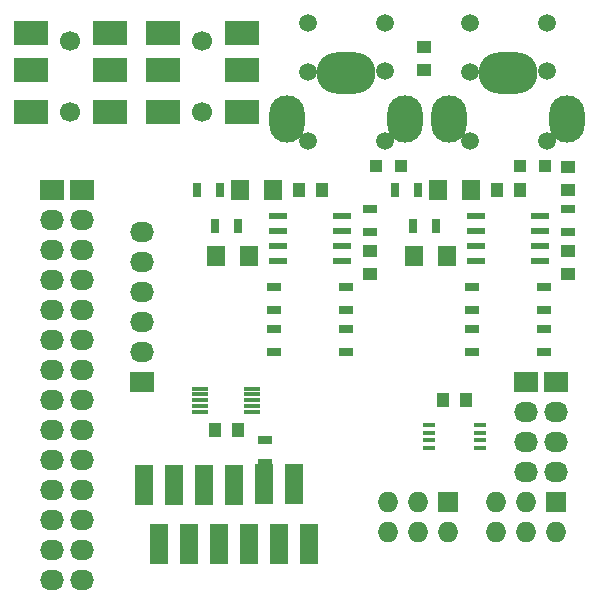
<source format=gts>
G04 #@! TF.FileFunction,Soldermask,Top*
%FSLAX46Y46*%
G04 Gerber Fmt 4.6, Leading zero omitted, Abs format (unit mm)*
G04 Created by KiCad (PCBNEW 4.0.0-2.201512091501+6195~38~ubuntu14.04.1-stable) date Wed 16 Dec 2015 16:04:53 GMT*
%MOMM*%
G01*
G04 APERTURE LIST*
%ADD10C,0.100000*%
%ADD11R,1.000000X1.000000*%
%ADD12R,1.597660X1.800860*%
%ADD13R,1.727200X1.727200*%
%ADD14O,1.727200X1.727200*%
%ADD15C,1.500000*%
%ADD16O,3.000000X4.000000*%
%ADD17O,5.000000X3.500000*%
%ADD18R,2.032000X1.727200*%
%ADD19O,2.032000X1.727200*%
%ADD20R,1.100000X0.400000*%
%ADD21R,1.400000X0.300000*%
%ADD22C,1.700000*%
%ADD23R,2.850000X2.000000*%
%ADD24R,1.550000X0.600000*%
%ADD25R,1.000000X1.250000*%
%ADD26R,1.250000X1.000000*%
%ADD27R,1.300000X0.700000*%
%ADD28R,0.700000X1.300000*%
%ADD29R,1.500000X3.500000*%
G04 APERTURE END LIST*
D10*
D11*
X131533000Y-113284000D03*
X133643000Y-113284000D03*
X143725000Y-113284000D03*
X145835000Y-113284000D03*
D12*
X136756140Y-115316000D03*
X139595860Y-115316000D03*
X119992140Y-115316000D03*
X122831860Y-115316000D03*
X117960140Y-120904000D03*
X120799860Y-120904000D03*
X134724140Y-120904000D03*
X137563860Y-120904000D03*
D13*
X137668000Y-141732000D03*
D14*
X137668000Y-144272000D03*
X135128000Y-141732000D03*
X135128000Y-144272000D03*
X132588000Y-141732000D03*
X132588000Y-144272000D03*
D13*
X146812000Y-141732000D03*
D14*
X146812000Y-144272000D03*
X144272000Y-141732000D03*
X144272000Y-144272000D03*
X141732000Y-141732000D03*
X141732000Y-144272000D03*
D15*
X145998000Y-111176000D03*
X139498000Y-111176000D03*
X145998000Y-105176000D03*
X139498000Y-105276000D03*
X145998000Y-101176000D03*
X139498000Y-101176000D03*
D16*
X147748000Y-109276000D03*
X137748000Y-109276000D03*
D17*
X142748000Y-105376000D03*
D15*
X132282000Y-111176000D03*
X125782000Y-111176000D03*
X132282000Y-105176000D03*
X125782000Y-105276000D03*
X132282000Y-101176000D03*
X125782000Y-101176000D03*
D16*
X134032000Y-109276000D03*
X124032000Y-109276000D03*
D17*
X129032000Y-105376000D03*
D18*
X146812000Y-131572000D03*
D19*
X146812000Y-134112000D03*
X146812000Y-136652000D03*
X146812000Y-139192000D03*
D20*
X136026000Y-135169000D03*
X136026000Y-135819000D03*
X136026000Y-136469000D03*
X136026000Y-137119000D03*
X140326000Y-137119000D03*
X140326000Y-136469000D03*
X140326000Y-135819000D03*
X140326000Y-135169000D03*
D21*
X121072000Y-134096000D03*
X121072000Y-133596000D03*
X121072000Y-133096000D03*
X121072000Y-132596000D03*
X121072000Y-132096000D03*
X116672000Y-132096000D03*
X116672000Y-132596000D03*
X116672000Y-133096000D03*
X116672000Y-133596000D03*
X116672000Y-134096000D03*
D22*
X116840000Y-108656000D03*
X116840000Y-102656000D03*
D23*
X120165000Y-101956000D03*
X120165000Y-105156000D03*
X120165000Y-108656000D03*
X113515000Y-101956000D03*
X113515000Y-105156000D03*
X113515000Y-108656000D03*
D22*
X105664000Y-108656000D03*
X105664000Y-102656000D03*
D23*
X108989000Y-101956000D03*
X108989000Y-105156000D03*
X108989000Y-108656000D03*
X102339000Y-101956000D03*
X102339000Y-105156000D03*
X102339000Y-108656000D03*
D24*
X145448000Y-121285000D03*
X145448000Y-120015000D03*
X145448000Y-118745000D03*
X145448000Y-117475000D03*
X140048000Y-117475000D03*
X140048000Y-118745000D03*
X140048000Y-120015000D03*
X140048000Y-121285000D03*
X128684000Y-121285000D03*
X128684000Y-120015000D03*
X128684000Y-118745000D03*
X128684000Y-117475000D03*
X123284000Y-117475000D03*
X123284000Y-118745000D03*
X123284000Y-120015000D03*
X123284000Y-121285000D03*
D25*
X139176000Y-133096000D03*
X137176000Y-133096000D03*
D26*
X147828000Y-122412000D03*
X147828000Y-120412000D03*
X131064000Y-122412000D03*
X131064000Y-120412000D03*
D25*
X143748000Y-115316000D03*
X141748000Y-115316000D03*
X126984000Y-115316000D03*
X124984000Y-115316000D03*
D26*
X147828000Y-115300000D03*
X147828000Y-113300000D03*
X135636000Y-103140000D03*
X135636000Y-105140000D03*
D25*
X117872000Y-135636000D03*
X119872000Y-135636000D03*
D27*
X139700000Y-125410000D03*
X139700000Y-123510000D03*
X145796000Y-128966000D03*
X145796000Y-127066000D03*
X122936000Y-125410000D03*
X122936000Y-123510000D03*
X129032000Y-128966000D03*
X129032000Y-127066000D03*
X139700000Y-128966000D03*
X139700000Y-127066000D03*
X145796000Y-123510000D03*
X145796000Y-125410000D03*
X122936000Y-128966000D03*
X122936000Y-127066000D03*
X129032000Y-123510000D03*
X129032000Y-125410000D03*
X147828000Y-116906000D03*
X147828000Y-118806000D03*
X131064000Y-116906000D03*
X131064000Y-118806000D03*
D28*
X134686000Y-118364000D03*
X136586000Y-118364000D03*
X117922000Y-118364000D03*
X119822000Y-118364000D03*
X135062000Y-115316000D03*
X133162000Y-115316000D03*
X118298000Y-115316000D03*
X116398000Y-115316000D03*
D27*
X122174000Y-138364000D03*
X122174000Y-136464000D03*
D29*
X111887000Y-140248000D03*
X113157000Y-145248000D03*
X114427000Y-140248000D03*
X115697000Y-145248000D03*
X116967000Y-140248000D03*
X118237000Y-145248000D03*
X119507000Y-140248000D03*
X120777000Y-145248000D03*
X122047000Y-140208000D03*
X123317000Y-145248000D03*
X124587000Y-140208000D03*
X125857000Y-145288000D03*
D18*
X104140000Y-115316000D03*
D19*
X104140000Y-117856000D03*
X104140000Y-120396000D03*
X104140000Y-122936000D03*
X104140000Y-125476000D03*
X104140000Y-128016000D03*
X104140000Y-130556000D03*
X104140000Y-133096000D03*
X104140000Y-135636000D03*
X104140000Y-138176000D03*
X104140000Y-140716000D03*
X104140000Y-143256000D03*
X104140000Y-145796000D03*
X104140000Y-148336000D03*
D18*
X106680000Y-115316000D03*
D19*
X106680000Y-117856000D03*
X106680000Y-120396000D03*
X106680000Y-122936000D03*
X106680000Y-125476000D03*
X106680000Y-128016000D03*
X106680000Y-130556000D03*
X106680000Y-133096000D03*
X106680000Y-135636000D03*
X106680000Y-138176000D03*
X106680000Y-140716000D03*
X106680000Y-143256000D03*
X106680000Y-145796000D03*
X106680000Y-148336000D03*
D18*
X111760000Y-131572000D03*
D19*
X111760000Y-129032000D03*
X111760000Y-126492000D03*
X111760000Y-123952000D03*
X111760000Y-121412000D03*
X111760000Y-118872000D03*
D18*
X144272000Y-131572000D03*
D19*
X144272000Y-134112000D03*
X144272000Y-136652000D03*
X144272000Y-139192000D03*
M02*

</source>
